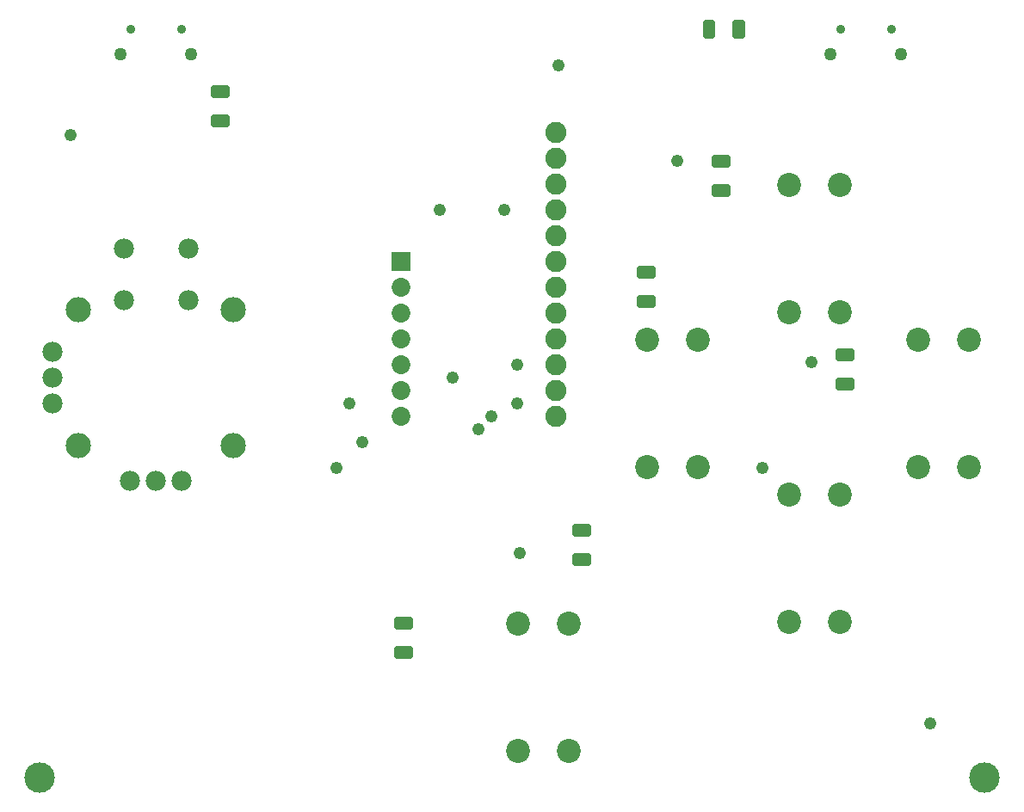
<source format=gbr>
G04 EAGLE Gerber RS-274X export*
G75*
%MOMM*%
%FSLAX34Y34*%
%LPD*%
%INSoldermask Top*%
%IPPOS*%
%AMOC8*
5,1,8,0,0,1.08239X$1,22.5*%
G01*
%ADD10C,3.003200*%
%ADD11C,2.082800*%
%ADD12R,1.853200X1.853200*%
%ADD13C,1.853200*%
%ADD14C,0.705759*%
%ADD15C,2.489200*%
%ADD16C,1.981200*%
%ADD17C,2.362200*%
%ADD18C,0.889000*%
%ADD19C,1.270000*%
%ADD20C,1.209600*%

G36*
X728552Y766253D02*
X728552Y766253D01*
X728554Y766251D01*
X728945Y766282D01*
X728949Y766286D01*
X728952Y766283D01*
X729334Y766374D01*
X729338Y766379D01*
X729342Y766377D01*
X729704Y766527D01*
X729707Y766532D01*
X729711Y766530D01*
X730045Y766735D01*
X730047Y766740D01*
X730051Y766740D01*
X730350Y766995D01*
X730351Y767000D01*
X730355Y767000D01*
X730610Y767299D01*
X730611Y767305D01*
X730615Y767305D01*
X730820Y767639D01*
X730819Y767645D01*
X730824Y767646D01*
X730974Y768008D01*
X730973Y768010D01*
X730974Y768010D01*
X730972Y768013D01*
X730972Y768014D01*
X730976Y768016D01*
X731067Y768398D01*
X731065Y768403D01*
X731067Y768404D01*
X731068Y768405D01*
X731099Y768796D01*
X731097Y768799D01*
X731099Y768800D01*
X731068Y780991D01*
X731063Y780998D01*
X731067Y781002D01*
X730976Y781384D01*
X730971Y781388D01*
X730974Y781392D01*
X730824Y781754D01*
X730818Y781757D01*
X730820Y781761D01*
X730615Y782095D01*
X730610Y782097D01*
X730610Y782101D01*
X730355Y782400D01*
X730350Y782401D01*
X730350Y782405D01*
X730051Y782660D01*
X730045Y782661D01*
X730045Y782665D01*
X729711Y782870D01*
X729705Y782869D01*
X729704Y782874D01*
X729342Y783024D01*
X729336Y783022D01*
X729334Y783026D01*
X728952Y783117D01*
X728947Y783115D01*
X728945Y783118D01*
X728554Y783149D01*
X728551Y783147D01*
X728550Y783149D01*
X722750Y783149D01*
X722748Y783147D01*
X722746Y783149D01*
X722355Y783118D01*
X722351Y783114D01*
X722348Y783117D01*
X721966Y783026D01*
X721962Y783021D01*
X721958Y783024D01*
X721596Y782874D01*
X721593Y782868D01*
X721589Y782870D01*
X721255Y782665D01*
X721253Y782660D01*
X721249Y782660D01*
X720950Y782405D01*
X720949Y782400D01*
X720945Y782400D01*
X720690Y782101D01*
X720689Y782095D01*
X720685Y782095D01*
X720480Y781761D01*
X720481Y781755D01*
X720477Y781754D01*
X720327Y781392D01*
X720328Y781387D01*
X720326Y781385D01*
X720324Y781384D01*
X720233Y781002D01*
X720235Y780997D01*
X720232Y780995D01*
X720201Y780604D01*
X720203Y780601D01*
X720201Y780600D01*
X720232Y768409D01*
X720237Y768402D01*
X720233Y768398D01*
X720324Y768016D01*
X720329Y768012D01*
X720327Y768008D01*
X720477Y767646D01*
X720482Y767643D01*
X720480Y767639D01*
X720685Y767305D01*
X720690Y767303D01*
X720690Y767299D01*
X720945Y767000D01*
X720950Y766999D01*
X720950Y766995D01*
X721249Y766740D01*
X721255Y766739D01*
X721255Y766735D01*
X721589Y766530D01*
X721595Y766531D01*
X721596Y766527D01*
X721958Y766377D01*
X721964Y766378D01*
X721966Y766374D01*
X722348Y766283D01*
X722353Y766285D01*
X722355Y766282D01*
X722746Y766251D01*
X722749Y766253D01*
X722750Y766251D01*
X728550Y766251D01*
X728552Y766253D01*
G37*
G36*
X699652Y766253D02*
X699652Y766253D01*
X699654Y766251D01*
X700045Y766282D01*
X700049Y766286D01*
X700052Y766283D01*
X700434Y766374D01*
X700438Y766379D01*
X700442Y766377D01*
X700804Y766527D01*
X700807Y766532D01*
X700811Y766530D01*
X701145Y766735D01*
X701147Y766740D01*
X701151Y766740D01*
X701450Y766995D01*
X701451Y767000D01*
X701455Y767000D01*
X701710Y767299D01*
X701711Y767305D01*
X701715Y767305D01*
X701920Y767639D01*
X701919Y767645D01*
X701924Y767646D01*
X702074Y768008D01*
X702073Y768010D01*
X702074Y768010D01*
X702072Y768013D01*
X702072Y768014D01*
X702076Y768016D01*
X702167Y768398D01*
X702165Y768403D01*
X702167Y768404D01*
X702168Y768405D01*
X702199Y768796D01*
X702197Y768799D01*
X702199Y768800D01*
X702168Y780991D01*
X702163Y780998D01*
X702167Y781002D01*
X702076Y781384D01*
X702071Y781388D01*
X702074Y781392D01*
X701924Y781754D01*
X701918Y781757D01*
X701920Y781761D01*
X701715Y782095D01*
X701710Y782097D01*
X701710Y782101D01*
X701455Y782400D01*
X701450Y782401D01*
X701450Y782405D01*
X701151Y782660D01*
X701145Y782661D01*
X701145Y782665D01*
X700811Y782870D01*
X700805Y782869D01*
X700804Y782874D01*
X700442Y783024D01*
X700436Y783022D01*
X700434Y783026D01*
X700052Y783117D01*
X700047Y783115D01*
X700045Y783118D01*
X699654Y783149D01*
X699651Y783147D01*
X699650Y783149D01*
X693850Y783149D01*
X693848Y783147D01*
X693846Y783149D01*
X693455Y783118D01*
X693451Y783114D01*
X693448Y783117D01*
X693066Y783026D01*
X693062Y783021D01*
X693058Y783024D01*
X692696Y782874D01*
X692693Y782868D01*
X692689Y782870D01*
X692355Y782665D01*
X692353Y782660D01*
X692349Y782660D01*
X692050Y782405D01*
X692049Y782400D01*
X692045Y782400D01*
X691790Y782101D01*
X691789Y782095D01*
X691785Y782095D01*
X691580Y781761D01*
X691581Y781755D01*
X691577Y781754D01*
X691427Y781392D01*
X691428Y781387D01*
X691426Y781385D01*
X691424Y781384D01*
X691333Y781002D01*
X691335Y780997D01*
X691332Y780995D01*
X691301Y780604D01*
X691303Y780601D01*
X691301Y780600D01*
X691332Y768409D01*
X691337Y768402D01*
X691333Y768398D01*
X691424Y768016D01*
X691429Y768012D01*
X691427Y768008D01*
X691577Y767646D01*
X691582Y767643D01*
X691580Y767639D01*
X691785Y767305D01*
X691790Y767303D01*
X691790Y767299D01*
X692045Y767000D01*
X692050Y766999D01*
X692050Y766995D01*
X692349Y766740D01*
X692355Y766739D01*
X692355Y766735D01*
X692689Y766530D01*
X692695Y766531D01*
X692696Y766527D01*
X693058Y766377D01*
X693064Y766378D01*
X693066Y766374D01*
X693448Y766283D01*
X693453Y766285D01*
X693455Y766282D01*
X693846Y766251D01*
X693849Y766253D01*
X693850Y766251D01*
X699650Y766251D01*
X699652Y766253D01*
G37*
G36*
X222191Y707532D02*
X222191Y707532D01*
X222198Y707537D01*
X222202Y707533D01*
X222584Y707624D01*
X222588Y707629D01*
X222592Y707627D01*
X222954Y707777D01*
X222957Y707782D01*
X222961Y707780D01*
X223295Y707985D01*
X223297Y707990D01*
X223301Y707990D01*
X223600Y708245D01*
X223601Y708250D01*
X223605Y708250D01*
X223860Y708549D01*
X223861Y708555D01*
X223865Y708555D01*
X224070Y708889D01*
X224069Y708895D01*
X224074Y708896D01*
X224224Y709258D01*
X224223Y709260D01*
X224224Y709260D01*
X224222Y709263D01*
X224222Y709264D01*
X224226Y709266D01*
X224317Y709648D01*
X224315Y709653D01*
X224317Y709654D01*
X224318Y709655D01*
X224349Y710046D01*
X224347Y710049D01*
X224349Y710050D01*
X224349Y715850D01*
X224347Y715852D01*
X224349Y715854D01*
X224318Y716245D01*
X224314Y716249D01*
X224317Y716252D01*
X224226Y716634D01*
X224221Y716638D01*
X224224Y716642D01*
X224074Y717004D01*
X224068Y717007D01*
X224070Y717011D01*
X223865Y717345D01*
X223860Y717347D01*
X223860Y717351D01*
X223605Y717650D01*
X223600Y717651D01*
X223600Y717655D01*
X223301Y717910D01*
X223295Y717911D01*
X223295Y717915D01*
X222961Y718120D01*
X222955Y718119D01*
X222954Y718124D01*
X222592Y718274D01*
X222586Y718272D01*
X222584Y718276D01*
X222202Y718367D01*
X222197Y718365D01*
X222195Y718368D01*
X221804Y718399D01*
X221801Y718397D01*
X221800Y718399D01*
X209609Y718368D01*
X209602Y718363D01*
X209598Y718367D01*
X209216Y718276D01*
X209212Y718271D01*
X209208Y718274D01*
X208846Y718124D01*
X208843Y718118D01*
X208839Y718120D01*
X208505Y717915D01*
X208503Y717910D01*
X208499Y717910D01*
X208200Y717655D01*
X208199Y717650D01*
X208195Y717650D01*
X207940Y717351D01*
X207939Y717345D01*
X207935Y717345D01*
X207730Y717011D01*
X207731Y717005D01*
X207727Y717004D01*
X207577Y716642D01*
X207578Y716636D01*
X207574Y716634D01*
X207483Y716252D01*
X207485Y716247D01*
X207482Y716245D01*
X207451Y715854D01*
X207453Y715851D01*
X207451Y715850D01*
X207451Y710050D01*
X207453Y710048D01*
X207451Y710046D01*
X207482Y709655D01*
X207486Y709651D01*
X207483Y709648D01*
X207574Y709266D01*
X207579Y709262D01*
X207577Y709258D01*
X207727Y708896D01*
X207732Y708893D01*
X207730Y708889D01*
X207935Y708555D01*
X207940Y708553D01*
X207940Y708549D01*
X208195Y708250D01*
X208200Y708249D01*
X208200Y708245D01*
X208499Y707990D01*
X208505Y707989D01*
X208505Y707985D01*
X208839Y707780D01*
X208845Y707781D01*
X208846Y707777D01*
X209208Y707627D01*
X209214Y707628D01*
X209216Y707624D01*
X209598Y707533D01*
X209603Y707535D01*
X209605Y707532D01*
X209996Y707501D01*
X209999Y707503D01*
X210000Y707501D01*
X222191Y707532D01*
G37*
G36*
X222191Y678632D02*
X222191Y678632D01*
X222198Y678637D01*
X222202Y678633D01*
X222584Y678724D01*
X222588Y678729D01*
X222592Y678727D01*
X222954Y678877D01*
X222957Y678882D01*
X222961Y678880D01*
X223295Y679085D01*
X223297Y679090D01*
X223301Y679090D01*
X223600Y679345D01*
X223601Y679350D01*
X223605Y679350D01*
X223860Y679649D01*
X223861Y679655D01*
X223865Y679655D01*
X224070Y679989D01*
X224069Y679995D01*
X224074Y679996D01*
X224224Y680358D01*
X224223Y680360D01*
X224224Y680360D01*
X224222Y680363D01*
X224222Y680364D01*
X224226Y680366D01*
X224317Y680748D01*
X224315Y680753D01*
X224317Y680754D01*
X224318Y680755D01*
X224349Y681146D01*
X224347Y681149D01*
X224349Y681150D01*
X224349Y686950D01*
X224347Y686952D01*
X224349Y686954D01*
X224318Y687345D01*
X224314Y687349D01*
X224317Y687352D01*
X224226Y687734D01*
X224221Y687738D01*
X224224Y687742D01*
X224074Y688104D01*
X224068Y688107D01*
X224070Y688111D01*
X223865Y688445D01*
X223860Y688447D01*
X223860Y688451D01*
X223605Y688750D01*
X223600Y688751D01*
X223600Y688755D01*
X223301Y689010D01*
X223295Y689011D01*
X223295Y689015D01*
X222961Y689220D01*
X222955Y689219D01*
X222954Y689224D01*
X222592Y689374D01*
X222586Y689372D01*
X222584Y689376D01*
X222202Y689467D01*
X222197Y689465D01*
X222195Y689468D01*
X221804Y689499D01*
X221801Y689497D01*
X221800Y689499D01*
X209609Y689468D01*
X209602Y689463D01*
X209598Y689467D01*
X209216Y689376D01*
X209212Y689371D01*
X209208Y689374D01*
X208846Y689224D01*
X208843Y689218D01*
X208839Y689220D01*
X208505Y689015D01*
X208503Y689010D01*
X208499Y689010D01*
X208200Y688755D01*
X208199Y688750D01*
X208195Y688750D01*
X207940Y688451D01*
X207939Y688445D01*
X207935Y688445D01*
X207730Y688111D01*
X207731Y688105D01*
X207727Y688104D01*
X207577Y687742D01*
X207578Y687736D01*
X207574Y687734D01*
X207483Y687352D01*
X207485Y687347D01*
X207482Y687345D01*
X207451Y686954D01*
X207453Y686951D01*
X207451Y686950D01*
X207451Y681150D01*
X207453Y681148D01*
X207451Y681146D01*
X207482Y680755D01*
X207486Y680751D01*
X207483Y680748D01*
X207574Y680366D01*
X207579Y680362D01*
X207577Y680358D01*
X207727Y679996D01*
X207732Y679993D01*
X207730Y679989D01*
X207935Y679655D01*
X207940Y679653D01*
X207940Y679649D01*
X208195Y679350D01*
X208200Y679349D01*
X208200Y679345D01*
X208499Y679090D01*
X208505Y679089D01*
X208505Y679085D01*
X208839Y678880D01*
X208845Y678881D01*
X208846Y678877D01*
X209208Y678727D01*
X209214Y678728D01*
X209216Y678724D01*
X209598Y678633D01*
X209603Y678635D01*
X209605Y678632D01*
X209996Y678601D01*
X209999Y678603D01*
X210000Y678601D01*
X222191Y678632D01*
G37*
G36*
X714951Y638952D02*
X714951Y638952D01*
X714958Y638957D01*
X714962Y638953D01*
X715344Y639044D01*
X715348Y639049D01*
X715352Y639047D01*
X715714Y639197D01*
X715717Y639202D01*
X715721Y639200D01*
X716055Y639405D01*
X716057Y639410D01*
X716061Y639410D01*
X716360Y639665D01*
X716361Y639670D01*
X716365Y639670D01*
X716620Y639969D01*
X716621Y639975D01*
X716625Y639975D01*
X716830Y640309D01*
X716829Y640315D01*
X716834Y640316D01*
X716984Y640678D01*
X716983Y640680D01*
X716984Y640680D01*
X716982Y640683D01*
X716982Y640684D01*
X716986Y640686D01*
X717077Y641068D01*
X717075Y641073D01*
X717077Y641074D01*
X717078Y641075D01*
X717109Y641466D01*
X717107Y641469D01*
X717109Y641470D01*
X717109Y647270D01*
X717107Y647272D01*
X717109Y647274D01*
X717078Y647665D01*
X717074Y647669D01*
X717077Y647672D01*
X716986Y648054D01*
X716981Y648058D01*
X716984Y648062D01*
X716834Y648424D01*
X716828Y648427D01*
X716830Y648431D01*
X716625Y648765D01*
X716620Y648767D01*
X716620Y648771D01*
X716365Y649070D01*
X716360Y649071D01*
X716360Y649075D01*
X716061Y649330D01*
X716055Y649331D01*
X716055Y649335D01*
X715721Y649540D01*
X715715Y649539D01*
X715714Y649544D01*
X715352Y649694D01*
X715346Y649692D01*
X715344Y649696D01*
X714962Y649787D01*
X714957Y649785D01*
X714955Y649788D01*
X714564Y649819D01*
X714561Y649817D01*
X714560Y649819D01*
X702369Y649788D01*
X702362Y649783D01*
X702358Y649787D01*
X701976Y649696D01*
X701972Y649691D01*
X701968Y649694D01*
X701606Y649544D01*
X701603Y649538D01*
X701599Y649540D01*
X701265Y649335D01*
X701263Y649330D01*
X701259Y649330D01*
X700960Y649075D01*
X700959Y649070D01*
X700955Y649070D01*
X700700Y648771D01*
X700699Y648765D01*
X700695Y648765D01*
X700490Y648431D01*
X700491Y648425D01*
X700487Y648424D01*
X700337Y648062D01*
X700338Y648056D01*
X700334Y648054D01*
X700243Y647672D01*
X700245Y647667D01*
X700242Y647665D01*
X700211Y647274D01*
X700213Y647271D01*
X700211Y647270D01*
X700211Y641470D01*
X700213Y641468D01*
X700211Y641466D01*
X700242Y641075D01*
X700246Y641071D01*
X700243Y641068D01*
X700334Y640686D01*
X700339Y640682D01*
X700337Y640678D01*
X700487Y640316D01*
X700492Y640313D01*
X700490Y640309D01*
X700695Y639975D01*
X700700Y639973D01*
X700700Y639969D01*
X700955Y639670D01*
X700960Y639669D01*
X700960Y639665D01*
X701259Y639410D01*
X701265Y639409D01*
X701265Y639405D01*
X701599Y639200D01*
X701605Y639201D01*
X701606Y639197D01*
X701968Y639047D01*
X701974Y639048D01*
X701976Y639044D01*
X702358Y638953D01*
X702363Y638955D01*
X702365Y638952D01*
X702756Y638921D01*
X702759Y638923D01*
X702760Y638921D01*
X714951Y638952D01*
G37*
G36*
X714951Y610052D02*
X714951Y610052D01*
X714958Y610057D01*
X714962Y610053D01*
X715344Y610144D01*
X715348Y610149D01*
X715352Y610147D01*
X715714Y610297D01*
X715717Y610302D01*
X715721Y610300D01*
X716055Y610505D01*
X716057Y610510D01*
X716061Y610510D01*
X716360Y610765D01*
X716361Y610770D01*
X716365Y610770D01*
X716620Y611069D01*
X716621Y611075D01*
X716625Y611075D01*
X716830Y611409D01*
X716829Y611415D01*
X716834Y611416D01*
X716984Y611778D01*
X716983Y611780D01*
X716984Y611780D01*
X716982Y611783D01*
X716982Y611784D01*
X716986Y611786D01*
X717077Y612168D01*
X717075Y612173D01*
X717077Y612174D01*
X717078Y612175D01*
X717109Y612566D01*
X717107Y612569D01*
X717109Y612570D01*
X717109Y618370D01*
X717107Y618372D01*
X717109Y618374D01*
X717078Y618765D01*
X717074Y618769D01*
X717077Y618772D01*
X716986Y619154D01*
X716981Y619158D01*
X716984Y619162D01*
X716834Y619524D01*
X716828Y619527D01*
X716830Y619531D01*
X716625Y619865D01*
X716620Y619867D01*
X716620Y619871D01*
X716365Y620170D01*
X716360Y620171D01*
X716360Y620175D01*
X716061Y620430D01*
X716055Y620431D01*
X716055Y620435D01*
X715721Y620640D01*
X715715Y620639D01*
X715714Y620644D01*
X715352Y620794D01*
X715346Y620792D01*
X715344Y620796D01*
X714962Y620887D01*
X714957Y620885D01*
X714955Y620888D01*
X714564Y620919D01*
X714561Y620917D01*
X714560Y620919D01*
X702369Y620888D01*
X702362Y620883D01*
X702358Y620887D01*
X701976Y620796D01*
X701972Y620791D01*
X701968Y620794D01*
X701606Y620644D01*
X701603Y620638D01*
X701599Y620640D01*
X701265Y620435D01*
X701263Y620430D01*
X701259Y620430D01*
X700960Y620175D01*
X700959Y620170D01*
X700955Y620170D01*
X700700Y619871D01*
X700699Y619865D01*
X700695Y619865D01*
X700490Y619531D01*
X700491Y619525D01*
X700487Y619524D01*
X700337Y619162D01*
X700338Y619156D01*
X700334Y619154D01*
X700243Y618772D01*
X700245Y618767D01*
X700242Y618765D01*
X700211Y618374D01*
X700213Y618371D01*
X700211Y618370D01*
X700211Y612570D01*
X700213Y612568D01*
X700211Y612566D01*
X700242Y612175D01*
X700246Y612171D01*
X700243Y612168D01*
X700334Y611786D01*
X700339Y611782D01*
X700337Y611778D01*
X700487Y611416D01*
X700492Y611413D01*
X700490Y611409D01*
X700695Y611075D01*
X700700Y611073D01*
X700700Y611069D01*
X700955Y610770D01*
X700960Y610769D01*
X700960Y610765D01*
X701259Y610510D01*
X701265Y610509D01*
X701265Y610505D01*
X701599Y610300D01*
X701605Y610301D01*
X701606Y610297D01*
X701968Y610147D01*
X701974Y610148D01*
X701976Y610144D01*
X702358Y610053D01*
X702363Y610055D01*
X702365Y610052D01*
X702756Y610021D01*
X702759Y610023D01*
X702760Y610021D01*
X714951Y610052D01*
G37*
G36*
X641291Y529732D02*
X641291Y529732D01*
X641298Y529737D01*
X641302Y529733D01*
X641684Y529824D01*
X641688Y529829D01*
X641692Y529827D01*
X642054Y529977D01*
X642057Y529982D01*
X642061Y529980D01*
X642395Y530185D01*
X642397Y530190D01*
X642401Y530190D01*
X642700Y530445D01*
X642701Y530450D01*
X642705Y530450D01*
X642960Y530749D01*
X642961Y530755D01*
X642965Y530755D01*
X643170Y531089D01*
X643169Y531095D01*
X643174Y531096D01*
X643324Y531458D01*
X643323Y531460D01*
X643324Y531460D01*
X643322Y531463D01*
X643322Y531464D01*
X643326Y531466D01*
X643417Y531848D01*
X643415Y531853D01*
X643417Y531854D01*
X643418Y531855D01*
X643449Y532246D01*
X643447Y532249D01*
X643449Y532250D01*
X643449Y538050D01*
X643447Y538052D01*
X643449Y538054D01*
X643418Y538445D01*
X643414Y538449D01*
X643417Y538452D01*
X643326Y538834D01*
X643321Y538838D01*
X643324Y538842D01*
X643174Y539204D01*
X643168Y539207D01*
X643170Y539211D01*
X642965Y539545D01*
X642960Y539547D01*
X642960Y539551D01*
X642705Y539850D01*
X642700Y539851D01*
X642700Y539855D01*
X642401Y540110D01*
X642395Y540111D01*
X642395Y540115D01*
X642061Y540320D01*
X642055Y540319D01*
X642054Y540324D01*
X641692Y540474D01*
X641686Y540472D01*
X641684Y540476D01*
X641302Y540567D01*
X641297Y540565D01*
X641295Y540568D01*
X640904Y540599D01*
X640901Y540597D01*
X640900Y540599D01*
X628709Y540568D01*
X628702Y540563D01*
X628698Y540567D01*
X628316Y540476D01*
X628312Y540471D01*
X628308Y540474D01*
X627946Y540324D01*
X627943Y540318D01*
X627939Y540320D01*
X627605Y540115D01*
X627603Y540110D01*
X627599Y540110D01*
X627300Y539855D01*
X627299Y539850D01*
X627295Y539850D01*
X627040Y539551D01*
X627039Y539545D01*
X627035Y539545D01*
X626830Y539211D01*
X626831Y539205D01*
X626827Y539204D01*
X626677Y538842D01*
X626678Y538836D01*
X626674Y538834D01*
X626583Y538452D01*
X626585Y538447D01*
X626582Y538445D01*
X626551Y538054D01*
X626553Y538051D01*
X626551Y538050D01*
X626551Y532250D01*
X626553Y532248D01*
X626551Y532246D01*
X626582Y531855D01*
X626586Y531851D01*
X626583Y531848D01*
X626674Y531466D01*
X626679Y531462D01*
X626677Y531458D01*
X626827Y531096D01*
X626832Y531093D01*
X626830Y531089D01*
X627035Y530755D01*
X627040Y530753D01*
X627040Y530749D01*
X627295Y530450D01*
X627300Y530449D01*
X627300Y530445D01*
X627599Y530190D01*
X627605Y530189D01*
X627605Y530185D01*
X627939Y529980D01*
X627945Y529981D01*
X627946Y529977D01*
X628308Y529827D01*
X628314Y529828D01*
X628316Y529824D01*
X628698Y529733D01*
X628703Y529735D01*
X628705Y529732D01*
X629096Y529701D01*
X629099Y529703D01*
X629100Y529701D01*
X641291Y529732D01*
G37*
G36*
X641291Y500832D02*
X641291Y500832D01*
X641298Y500837D01*
X641302Y500833D01*
X641684Y500924D01*
X641688Y500929D01*
X641692Y500927D01*
X642054Y501077D01*
X642057Y501082D01*
X642061Y501080D01*
X642395Y501285D01*
X642397Y501290D01*
X642401Y501290D01*
X642700Y501545D01*
X642701Y501550D01*
X642705Y501550D01*
X642960Y501849D01*
X642961Y501855D01*
X642965Y501855D01*
X643170Y502189D01*
X643169Y502195D01*
X643174Y502196D01*
X643324Y502558D01*
X643323Y502560D01*
X643324Y502560D01*
X643322Y502563D01*
X643322Y502564D01*
X643326Y502566D01*
X643417Y502948D01*
X643415Y502953D01*
X643417Y502954D01*
X643418Y502955D01*
X643449Y503346D01*
X643447Y503349D01*
X643449Y503350D01*
X643449Y509150D01*
X643447Y509152D01*
X643449Y509154D01*
X643418Y509545D01*
X643414Y509549D01*
X643417Y509552D01*
X643326Y509934D01*
X643321Y509938D01*
X643324Y509942D01*
X643174Y510304D01*
X643168Y510307D01*
X643170Y510311D01*
X642965Y510645D01*
X642960Y510647D01*
X642960Y510651D01*
X642705Y510950D01*
X642700Y510951D01*
X642700Y510955D01*
X642401Y511210D01*
X642395Y511211D01*
X642395Y511215D01*
X642061Y511420D01*
X642055Y511419D01*
X642054Y511424D01*
X641692Y511574D01*
X641686Y511572D01*
X641684Y511576D01*
X641302Y511667D01*
X641297Y511665D01*
X641295Y511668D01*
X640904Y511699D01*
X640901Y511697D01*
X640900Y511699D01*
X628709Y511668D01*
X628702Y511663D01*
X628698Y511667D01*
X628316Y511576D01*
X628312Y511571D01*
X628308Y511574D01*
X627946Y511424D01*
X627943Y511418D01*
X627939Y511420D01*
X627605Y511215D01*
X627603Y511210D01*
X627599Y511210D01*
X627300Y510955D01*
X627299Y510950D01*
X627295Y510950D01*
X627040Y510651D01*
X627039Y510645D01*
X627035Y510645D01*
X626830Y510311D01*
X626831Y510305D01*
X626827Y510304D01*
X626677Y509942D01*
X626678Y509936D01*
X626674Y509934D01*
X626583Y509552D01*
X626585Y509547D01*
X626582Y509545D01*
X626551Y509154D01*
X626553Y509151D01*
X626551Y509150D01*
X626551Y503350D01*
X626553Y503348D01*
X626551Y503346D01*
X626582Y502955D01*
X626586Y502951D01*
X626583Y502948D01*
X626674Y502566D01*
X626679Y502562D01*
X626677Y502558D01*
X626827Y502196D01*
X626832Y502193D01*
X626830Y502189D01*
X627035Y501855D01*
X627040Y501853D01*
X627040Y501849D01*
X627295Y501550D01*
X627300Y501549D01*
X627300Y501545D01*
X627599Y501290D01*
X627605Y501289D01*
X627605Y501285D01*
X627939Y501080D01*
X627945Y501081D01*
X627946Y501077D01*
X628308Y500927D01*
X628314Y500928D01*
X628316Y500924D01*
X628698Y500833D01*
X628703Y500835D01*
X628705Y500832D01*
X629096Y500801D01*
X629099Y500803D01*
X629100Y500801D01*
X641291Y500832D01*
G37*
G36*
X836871Y448452D02*
X836871Y448452D01*
X836878Y448457D01*
X836882Y448453D01*
X837264Y448544D01*
X837268Y448549D01*
X837272Y448547D01*
X837634Y448697D01*
X837637Y448702D01*
X837641Y448700D01*
X837975Y448905D01*
X837977Y448910D01*
X837981Y448910D01*
X838280Y449165D01*
X838281Y449170D01*
X838285Y449170D01*
X838540Y449469D01*
X838541Y449475D01*
X838545Y449475D01*
X838750Y449809D01*
X838749Y449815D01*
X838754Y449816D01*
X838904Y450178D01*
X838903Y450180D01*
X838904Y450180D01*
X838902Y450183D01*
X838902Y450184D01*
X838906Y450186D01*
X838997Y450568D01*
X838995Y450573D01*
X838997Y450574D01*
X838998Y450575D01*
X839029Y450966D01*
X839027Y450969D01*
X839029Y450970D01*
X839029Y456770D01*
X839027Y456772D01*
X839029Y456774D01*
X838998Y457165D01*
X838994Y457169D01*
X838997Y457172D01*
X838906Y457554D01*
X838901Y457558D01*
X838904Y457562D01*
X838754Y457924D01*
X838748Y457927D01*
X838750Y457931D01*
X838545Y458265D01*
X838540Y458267D01*
X838540Y458271D01*
X838285Y458570D01*
X838280Y458571D01*
X838280Y458575D01*
X837981Y458830D01*
X837975Y458831D01*
X837975Y458835D01*
X837641Y459040D01*
X837635Y459039D01*
X837634Y459044D01*
X837272Y459194D01*
X837266Y459192D01*
X837264Y459196D01*
X836882Y459287D01*
X836877Y459285D01*
X836875Y459288D01*
X836484Y459319D01*
X836481Y459317D01*
X836480Y459319D01*
X824289Y459288D01*
X824282Y459283D01*
X824278Y459287D01*
X823896Y459196D01*
X823892Y459191D01*
X823888Y459194D01*
X823526Y459044D01*
X823523Y459038D01*
X823519Y459040D01*
X823185Y458835D01*
X823183Y458830D01*
X823179Y458830D01*
X822880Y458575D01*
X822879Y458570D01*
X822875Y458570D01*
X822620Y458271D01*
X822619Y458265D01*
X822615Y458265D01*
X822410Y457931D01*
X822411Y457925D01*
X822407Y457924D01*
X822257Y457562D01*
X822258Y457556D01*
X822254Y457554D01*
X822163Y457172D01*
X822165Y457167D01*
X822162Y457165D01*
X822131Y456774D01*
X822133Y456771D01*
X822131Y456770D01*
X822131Y450970D01*
X822133Y450968D01*
X822131Y450966D01*
X822162Y450575D01*
X822166Y450571D01*
X822163Y450568D01*
X822254Y450186D01*
X822259Y450182D01*
X822257Y450178D01*
X822407Y449816D01*
X822412Y449813D01*
X822410Y449809D01*
X822615Y449475D01*
X822620Y449473D01*
X822620Y449469D01*
X822875Y449170D01*
X822880Y449169D01*
X822880Y449165D01*
X823179Y448910D01*
X823185Y448909D01*
X823185Y448905D01*
X823519Y448700D01*
X823525Y448701D01*
X823526Y448697D01*
X823888Y448547D01*
X823894Y448548D01*
X823896Y448544D01*
X824278Y448453D01*
X824283Y448455D01*
X824285Y448452D01*
X824676Y448421D01*
X824679Y448423D01*
X824680Y448421D01*
X836871Y448452D01*
G37*
G36*
X836871Y419552D02*
X836871Y419552D01*
X836878Y419557D01*
X836882Y419553D01*
X837264Y419644D01*
X837268Y419649D01*
X837272Y419647D01*
X837634Y419797D01*
X837637Y419802D01*
X837641Y419800D01*
X837975Y420005D01*
X837977Y420010D01*
X837981Y420010D01*
X838280Y420265D01*
X838281Y420270D01*
X838285Y420270D01*
X838540Y420569D01*
X838541Y420575D01*
X838545Y420575D01*
X838750Y420909D01*
X838749Y420915D01*
X838754Y420916D01*
X838904Y421278D01*
X838903Y421280D01*
X838904Y421280D01*
X838902Y421283D01*
X838902Y421284D01*
X838906Y421286D01*
X838997Y421668D01*
X838995Y421673D01*
X838997Y421674D01*
X838998Y421675D01*
X839029Y422066D01*
X839027Y422069D01*
X839029Y422070D01*
X839029Y427870D01*
X839027Y427872D01*
X839029Y427874D01*
X838998Y428265D01*
X838994Y428269D01*
X838997Y428272D01*
X838906Y428654D01*
X838901Y428658D01*
X838904Y428662D01*
X838754Y429024D01*
X838748Y429027D01*
X838750Y429031D01*
X838545Y429365D01*
X838540Y429367D01*
X838540Y429371D01*
X838285Y429670D01*
X838280Y429671D01*
X838280Y429675D01*
X837981Y429930D01*
X837975Y429931D01*
X837975Y429935D01*
X837641Y430140D01*
X837635Y430139D01*
X837634Y430144D01*
X837272Y430294D01*
X837266Y430292D01*
X837264Y430296D01*
X836882Y430387D01*
X836877Y430385D01*
X836875Y430388D01*
X836484Y430419D01*
X836481Y430417D01*
X836480Y430419D01*
X824289Y430388D01*
X824282Y430383D01*
X824278Y430387D01*
X823896Y430296D01*
X823892Y430291D01*
X823888Y430294D01*
X823526Y430144D01*
X823523Y430138D01*
X823519Y430140D01*
X823185Y429935D01*
X823183Y429930D01*
X823179Y429930D01*
X822880Y429675D01*
X822879Y429670D01*
X822875Y429670D01*
X822620Y429371D01*
X822619Y429365D01*
X822615Y429365D01*
X822410Y429031D01*
X822411Y429025D01*
X822407Y429024D01*
X822257Y428662D01*
X822258Y428656D01*
X822254Y428654D01*
X822163Y428272D01*
X822165Y428267D01*
X822162Y428265D01*
X822131Y427874D01*
X822133Y427871D01*
X822131Y427870D01*
X822131Y422070D01*
X822133Y422068D01*
X822131Y422066D01*
X822162Y421675D01*
X822166Y421671D01*
X822163Y421668D01*
X822254Y421286D01*
X822259Y421282D01*
X822257Y421278D01*
X822407Y420916D01*
X822412Y420913D01*
X822410Y420909D01*
X822615Y420575D01*
X822620Y420573D01*
X822620Y420569D01*
X822875Y420270D01*
X822880Y420269D01*
X822880Y420265D01*
X823179Y420010D01*
X823185Y420009D01*
X823185Y420005D01*
X823519Y419800D01*
X823525Y419801D01*
X823526Y419797D01*
X823888Y419647D01*
X823894Y419648D01*
X823896Y419644D01*
X824278Y419553D01*
X824283Y419555D01*
X824285Y419552D01*
X824676Y419521D01*
X824679Y419523D01*
X824680Y419521D01*
X836871Y419552D01*
G37*
G36*
X577791Y275732D02*
X577791Y275732D01*
X577798Y275737D01*
X577802Y275733D01*
X578184Y275824D01*
X578188Y275829D01*
X578192Y275827D01*
X578554Y275977D01*
X578557Y275982D01*
X578561Y275980D01*
X578895Y276185D01*
X578897Y276190D01*
X578901Y276190D01*
X579200Y276445D01*
X579201Y276450D01*
X579205Y276450D01*
X579460Y276749D01*
X579461Y276755D01*
X579465Y276755D01*
X579670Y277089D01*
X579669Y277095D01*
X579674Y277096D01*
X579824Y277458D01*
X579823Y277460D01*
X579824Y277460D01*
X579822Y277463D01*
X579822Y277464D01*
X579826Y277466D01*
X579917Y277848D01*
X579915Y277853D01*
X579917Y277854D01*
X579918Y277855D01*
X579949Y278246D01*
X579947Y278249D01*
X579949Y278250D01*
X579949Y284050D01*
X579947Y284052D01*
X579949Y284054D01*
X579918Y284445D01*
X579914Y284449D01*
X579917Y284452D01*
X579826Y284834D01*
X579821Y284838D01*
X579824Y284842D01*
X579674Y285204D01*
X579668Y285207D01*
X579670Y285211D01*
X579465Y285545D01*
X579460Y285547D01*
X579460Y285551D01*
X579205Y285850D01*
X579200Y285851D01*
X579200Y285855D01*
X578901Y286110D01*
X578895Y286111D01*
X578895Y286115D01*
X578561Y286320D01*
X578555Y286319D01*
X578554Y286324D01*
X578192Y286474D01*
X578186Y286472D01*
X578184Y286476D01*
X577802Y286567D01*
X577797Y286565D01*
X577795Y286568D01*
X577404Y286599D01*
X577401Y286597D01*
X577400Y286599D01*
X565209Y286568D01*
X565202Y286563D01*
X565198Y286567D01*
X564816Y286476D01*
X564812Y286471D01*
X564808Y286474D01*
X564446Y286324D01*
X564443Y286318D01*
X564439Y286320D01*
X564105Y286115D01*
X564103Y286110D01*
X564099Y286110D01*
X563800Y285855D01*
X563799Y285850D01*
X563795Y285850D01*
X563540Y285551D01*
X563539Y285545D01*
X563535Y285545D01*
X563330Y285211D01*
X563331Y285205D01*
X563327Y285204D01*
X563177Y284842D01*
X563178Y284836D01*
X563174Y284834D01*
X563083Y284452D01*
X563085Y284447D01*
X563082Y284445D01*
X563051Y284054D01*
X563053Y284051D01*
X563051Y284050D01*
X563051Y278250D01*
X563053Y278248D01*
X563051Y278246D01*
X563082Y277855D01*
X563086Y277851D01*
X563083Y277848D01*
X563174Y277466D01*
X563179Y277462D01*
X563177Y277458D01*
X563327Y277096D01*
X563332Y277093D01*
X563330Y277089D01*
X563535Y276755D01*
X563540Y276753D01*
X563540Y276749D01*
X563795Y276450D01*
X563800Y276449D01*
X563800Y276445D01*
X564099Y276190D01*
X564105Y276189D01*
X564105Y276185D01*
X564439Y275980D01*
X564445Y275981D01*
X564446Y275977D01*
X564808Y275827D01*
X564814Y275828D01*
X564816Y275824D01*
X565198Y275733D01*
X565203Y275735D01*
X565205Y275732D01*
X565596Y275701D01*
X565599Y275703D01*
X565600Y275701D01*
X577791Y275732D01*
G37*
G36*
X577791Y246832D02*
X577791Y246832D01*
X577798Y246837D01*
X577802Y246833D01*
X578184Y246924D01*
X578188Y246929D01*
X578192Y246927D01*
X578554Y247077D01*
X578557Y247082D01*
X578561Y247080D01*
X578895Y247285D01*
X578897Y247290D01*
X578901Y247290D01*
X579200Y247545D01*
X579201Y247550D01*
X579205Y247550D01*
X579460Y247849D01*
X579461Y247855D01*
X579465Y247855D01*
X579670Y248189D01*
X579669Y248195D01*
X579674Y248196D01*
X579824Y248558D01*
X579823Y248560D01*
X579824Y248560D01*
X579822Y248563D01*
X579822Y248564D01*
X579826Y248566D01*
X579917Y248948D01*
X579915Y248953D01*
X579917Y248954D01*
X579918Y248955D01*
X579949Y249346D01*
X579947Y249349D01*
X579949Y249350D01*
X579949Y255150D01*
X579947Y255152D01*
X579949Y255154D01*
X579918Y255545D01*
X579914Y255549D01*
X579917Y255552D01*
X579826Y255934D01*
X579821Y255938D01*
X579824Y255942D01*
X579674Y256304D01*
X579668Y256307D01*
X579670Y256311D01*
X579465Y256645D01*
X579460Y256647D01*
X579460Y256651D01*
X579205Y256950D01*
X579200Y256951D01*
X579200Y256955D01*
X578901Y257210D01*
X578895Y257211D01*
X578895Y257215D01*
X578561Y257420D01*
X578555Y257419D01*
X578554Y257424D01*
X578192Y257574D01*
X578186Y257572D01*
X578184Y257576D01*
X577802Y257667D01*
X577797Y257665D01*
X577795Y257668D01*
X577404Y257699D01*
X577401Y257697D01*
X577400Y257699D01*
X565209Y257668D01*
X565202Y257663D01*
X565198Y257667D01*
X564816Y257576D01*
X564812Y257571D01*
X564808Y257574D01*
X564446Y257424D01*
X564443Y257418D01*
X564439Y257420D01*
X564105Y257215D01*
X564103Y257210D01*
X564099Y257210D01*
X563800Y256955D01*
X563799Y256950D01*
X563795Y256950D01*
X563540Y256651D01*
X563539Y256645D01*
X563535Y256645D01*
X563330Y256311D01*
X563331Y256305D01*
X563327Y256304D01*
X563177Y255942D01*
X563178Y255936D01*
X563174Y255934D01*
X563083Y255552D01*
X563085Y255547D01*
X563082Y255545D01*
X563051Y255154D01*
X563053Y255151D01*
X563051Y255150D01*
X563051Y249350D01*
X563053Y249348D01*
X563051Y249346D01*
X563082Y248955D01*
X563086Y248951D01*
X563083Y248948D01*
X563174Y248566D01*
X563179Y248562D01*
X563177Y248558D01*
X563327Y248196D01*
X563332Y248193D01*
X563330Y248189D01*
X563535Y247855D01*
X563540Y247853D01*
X563540Y247849D01*
X563795Y247550D01*
X563800Y247549D01*
X563800Y247545D01*
X564099Y247290D01*
X564105Y247289D01*
X564105Y247285D01*
X564439Y247080D01*
X564445Y247081D01*
X564446Y247077D01*
X564808Y246927D01*
X564814Y246928D01*
X564816Y246924D01*
X565198Y246833D01*
X565203Y246835D01*
X565205Y246832D01*
X565596Y246801D01*
X565599Y246803D01*
X565600Y246801D01*
X577791Y246832D01*
G37*
G36*
X402531Y184292D02*
X402531Y184292D01*
X402538Y184297D01*
X402542Y184293D01*
X402924Y184384D01*
X402928Y184389D01*
X402932Y184387D01*
X403294Y184537D01*
X403297Y184542D01*
X403301Y184540D01*
X403635Y184745D01*
X403637Y184750D01*
X403641Y184750D01*
X403940Y185005D01*
X403941Y185010D01*
X403945Y185010D01*
X404200Y185309D01*
X404201Y185315D01*
X404205Y185315D01*
X404410Y185649D01*
X404409Y185655D01*
X404414Y185656D01*
X404564Y186018D01*
X404563Y186020D01*
X404564Y186020D01*
X404562Y186023D01*
X404562Y186024D01*
X404566Y186026D01*
X404657Y186408D01*
X404655Y186413D01*
X404657Y186414D01*
X404658Y186415D01*
X404689Y186806D01*
X404687Y186809D01*
X404689Y186810D01*
X404689Y192610D01*
X404687Y192612D01*
X404689Y192614D01*
X404658Y193005D01*
X404654Y193009D01*
X404657Y193012D01*
X404566Y193394D01*
X404561Y193398D01*
X404564Y193402D01*
X404414Y193764D01*
X404408Y193767D01*
X404410Y193771D01*
X404205Y194105D01*
X404200Y194107D01*
X404200Y194111D01*
X403945Y194410D01*
X403940Y194411D01*
X403940Y194415D01*
X403641Y194670D01*
X403635Y194671D01*
X403635Y194675D01*
X403301Y194880D01*
X403295Y194879D01*
X403294Y194884D01*
X402932Y195034D01*
X402926Y195032D01*
X402924Y195036D01*
X402542Y195127D01*
X402537Y195125D01*
X402535Y195128D01*
X402144Y195159D01*
X402141Y195157D01*
X402140Y195159D01*
X389949Y195128D01*
X389942Y195123D01*
X389938Y195127D01*
X389556Y195036D01*
X389552Y195031D01*
X389548Y195034D01*
X389186Y194884D01*
X389183Y194878D01*
X389179Y194880D01*
X388845Y194675D01*
X388843Y194670D01*
X388839Y194670D01*
X388540Y194415D01*
X388539Y194410D01*
X388535Y194410D01*
X388280Y194111D01*
X388279Y194105D01*
X388275Y194105D01*
X388070Y193771D01*
X388071Y193765D01*
X388067Y193764D01*
X387917Y193402D01*
X387918Y193396D01*
X387914Y193394D01*
X387823Y193012D01*
X387825Y193007D01*
X387822Y193005D01*
X387791Y192614D01*
X387793Y192611D01*
X387791Y192610D01*
X387791Y186810D01*
X387793Y186808D01*
X387791Y186806D01*
X387822Y186415D01*
X387826Y186411D01*
X387823Y186408D01*
X387914Y186026D01*
X387919Y186022D01*
X387917Y186018D01*
X388067Y185656D01*
X388072Y185653D01*
X388070Y185649D01*
X388275Y185315D01*
X388280Y185313D01*
X388280Y185309D01*
X388535Y185010D01*
X388540Y185009D01*
X388540Y185005D01*
X388839Y184750D01*
X388845Y184749D01*
X388845Y184745D01*
X389179Y184540D01*
X389185Y184541D01*
X389186Y184537D01*
X389548Y184387D01*
X389554Y184388D01*
X389556Y184384D01*
X389938Y184293D01*
X389943Y184295D01*
X389945Y184292D01*
X390336Y184261D01*
X390339Y184263D01*
X390340Y184261D01*
X402531Y184292D01*
G37*
G36*
X402531Y155392D02*
X402531Y155392D01*
X402538Y155397D01*
X402542Y155393D01*
X402924Y155484D01*
X402928Y155489D01*
X402932Y155487D01*
X403294Y155637D01*
X403297Y155642D01*
X403301Y155640D01*
X403635Y155845D01*
X403637Y155850D01*
X403641Y155850D01*
X403940Y156105D01*
X403941Y156110D01*
X403945Y156110D01*
X404200Y156409D01*
X404201Y156415D01*
X404205Y156415D01*
X404410Y156749D01*
X404409Y156755D01*
X404414Y156756D01*
X404564Y157118D01*
X404563Y157120D01*
X404564Y157120D01*
X404562Y157123D01*
X404562Y157124D01*
X404566Y157126D01*
X404657Y157508D01*
X404655Y157513D01*
X404657Y157514D01*
X404658Y157515D01*
X404689Y157906D01*
X404687Y157909D01*
X404689Y157910D01*
X404689Y163710D01*
X404687Y163712D01*
X404689Y163714D01*
X404658Y164105D01*
X404654Y164109D01*
X404657Y164112D01*
X404566Y164494D01*
X404561Y164498D01*
X404564Y164502D01*
X404414Y164864D01*
X404408Y164867D01*
X404410Y164871D01*
X404205Y165205D01*
X404200Y165207D01*
X404200Y165211D01*
X403945Y165510D01*
X403940Y165511D01*
X403940Y165515D01*
X403641Y165770D01*
X403635Y165771D01*
X403635Y165775D01*
X403301Y165980D01*
X403295Y165979D01*
X403294Y165984D01*
X402932Y166134D01*
X402926Y166132D01*
X402924Y166136D01*
X402542Y166227D01*
X402537Y166225D01*
X402535Y166228D01*
X402144Y166259D01*
X402141Y166257D01*
X402140Y166259D01*
X389949Y166228D01*
X389942Y166223D01*
X389938Y166227D01*
X389556Y166136D01*
X389552Y166131D01*
X389548Y166134D01*
X389186Y165984D01*
X389183Y165978D01*
X389179Y165980D01*
X388845Y165775D01*
X388843Y165770D01*
X388839Y165770D01*
X388540Y165515D01*
X388539Y165510D01*
X388535Y165510D01*
X388280Y165211D01*
X388279Y165205D01*
X388275Y165205D01*
X388070Y164871D01*
X388071Y164865D01*
X388067Y164864D01*
X387917Y164502D01*
X387918Y164496D01*
X387914Y164494D01*
X387823Y164112D01*
X387825Y164107D01*
X387822Y164105D01*
X387791Y163714D01*
X387793Y163711D01*
X387791Y163710D01*
X387791Y157910D01*
X387793Y157908D01*
X387791Y157906D01*
X387822Y157515D01*
X387826Y157511D01*
X387823Y157508D01*
X387914Y157126D01*
X387919Y157122D01*
X387917Y157118D01*
X388067Y156756D01*
X388072Y156753D01*
X388070Y156749D01*
X388275Y156415D01*
X388280Y156413D01*
X388280Y156409D01*
X388535Y156110D01*
X388540Y156109D01*
X388540Y156105D01*
X388839Y155850D01*
X388845Y155849D01*
X388845Y155845D01*
X389179Y155640D01*
X389185Y155641D01*
X389186Y155637D01*
X389548Y155487D01*
X389554Y155488D01*
X389556Y155484D01*
X389938Y155393D01*
X389943Y155395D01*
X389945Y155392D01*
X390336Y155361D01*
X390339Y155363D01*
X390340Y155361D01*
X402531Y155392D01*
G37*
D10*
X38100Y38100D03*
X967740Y38100D03*
D11*
X546100Y393700D03*
X546100Y419100D03*
X546100Y444500D03*
X546100Y469900D03*
X546100Y495300D03*
X546100Y520700D03*
X546100Y546100D03*
X546100Y571500D03*
X546100Y596900D03*
X546100Y622300D03*
X546100Y647700D03*
X546100Y673100D03*
D12*
X393700Y546100D03*
D13*
X393700Y520700D03*
X393700Y495300D03*
X393700Y469900D03*
X393700Y444500D03*
X393700Y419100D03*
X393700Y393700D03*
D14*
X577387Y284037D02*
X577387Y278263D01*
X565613Y278263D01*
X565613Y284037D01*
X577387Y284037D01*
X565613Y255137D02*
X565613Y249363D01*
X565613Y255137D02*
X577387Y255137D01*
X577387Y249363D01*
X565613Y249363D01*
X402127Y192597D02*
X402127Y186823D01*
X390353Y186823D01*
X390353Y192597D01*
X402127Y192597D01*
X390353Y163697D02*
X390353Y157923D01*
X390353Y163697D02*
X402127Y163697D01*
X402127Y157923D01*
X390353Y157923D01*
X714547Y641483D02*
X714547Y647257D01*
X714547Y641483D02*
X702773Y641483D01*
X702773Y647257D01*
X714547Y647257D01*
X702773Y618357D02*
X702773Y612583D01*
X702773Y618357D02*
X714547Y618357D01*
X714547Y612583D01*
X702773Y612583D01*
X836467Y456757D02*
X836467Y450983D01*
X824693Y450983D01*
X824693Y456757D01*
X836467Y456757D01*
X824693Y427857D02*
X824693Y422083D01*
X824693Y427857D02*
X836467Y427857D01*
X836467Y422083D01*
X824693Y422083D01*
X629113Y503363D02*
X629113Y509137D01*
X640887Y509137D01*
X640887Y503363D01*
X629113Y503363D01*
X640887Y532263D02*
X640887Y538037D01*
X640887Y532263D02*
X629113Y532263D01*
X629113Y538037D01*
X640887Y538037D01*
X722763Y768813D02*
X728537Y768813D01*
X722763Y768813D02*
X722763Y780587D01*
X728537Y780587D01*
X728537Y768813D01*
X728537Y775518D02*
X722763Y775518D01*
X699637Y780587D02*
X693863Y780587D01*
X699637Y780587D02*
X699637Y768813D01*
X693863Y768813D01*
X693863Y780587D01*
X693863Y775518D02*
X699637Y775518D01*
X221787Y715837D02*
X221787Y710063D01*
X210013Y710063D01*
X210013Y715837D01*
X221787Y715837D01*
X210013Y686937D02*
X210013Y681163D01*
X210013Y686937D02*
X221787Y686937D01*
X221787Y681163D01*
X210013Y681163D01*
D15*
X76200Y498475D03*
X228600Y498475D03*
X228600Y365125D03*
X76200Y365125D03*
D16*
X177800Y330200D03*
X152400Y330200D03*
X127000Y330200D03*
X50800Y431800D03*
X50800Y406400D03*
X50800Y457200D03*
X184150Y508000D03*
X120650Y508000D03*
X120650Y558800D03*
X184150Y558800D03*
D17*
X775100Y191500D03*
X825100Y191500D03*
X825100Y316500D03*
X775100Y316500D03*
X508400Y64500D03*
X558400Y64500D03*
X558400Y189500D03*
X508400Y189500D03*
X775100Y496300D03*
X825100Y496300D03*
X825100Y621300D03*
X775100Y621300D03*
X902100Y343900D03*
X952100Y343900D03*
X952100Y468900D03*
X902100Y468900D03*
X635400Y343900D03*
X685400Y343900D03*
X685400Y468900D03*
X635400Y468900D03*
D18*
X825900Y774700D03*
X875900Y774700D03*
D19*
X885900Y749700D03*
X815900Y749700D03*
D18*
X127400Y774700D03*
X177400Y774700D03*
D19*
X187400Y749700D03*
X117400Y749700D03*
D20*
X495300Y596900D03*
X431800Y596900D03*
X469900Y381000D03*
X330200Y342900D03*
X342900Y406400D03*
X665480Y645160D03*
X749300Y342900D03*
X482600Y393700D03*
X444500Y431800D03*
X797560Y447040D03*
X508000Y406400D03*
X508000Y444500D03*
X355600Y368300D03*
X68580Y670560D03*
X510540Y259080D03*
X914400Y91440D03*
X548640Y739140D03*
M02*

</source>
